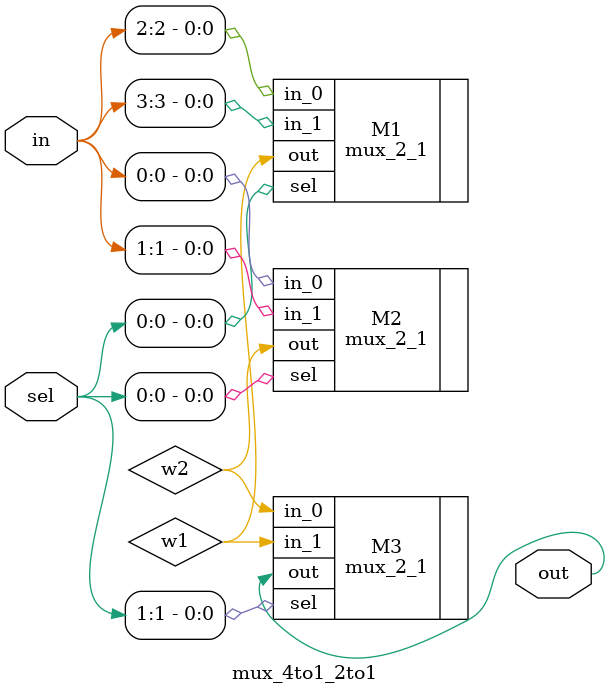
<source format=v>
module mux_4to1_2to1 (in, sel, out);
input [3:0] in;
input [1:0] sel;
output out;
wire w1,w2;

mux_2_1 M1(.in_0(in[2]),.in_1(in[3]),.sel(sel[0]),.out(w1));
mux_2_1 M2(.in_0(in[0]),.in_1(in[1]),.sel(sel[0]),.out(w2));
mux_2_1 M3(.in_0(w2),.in_1(w1),.sel(sel[1]),.out(out));

endmodule
</source>
